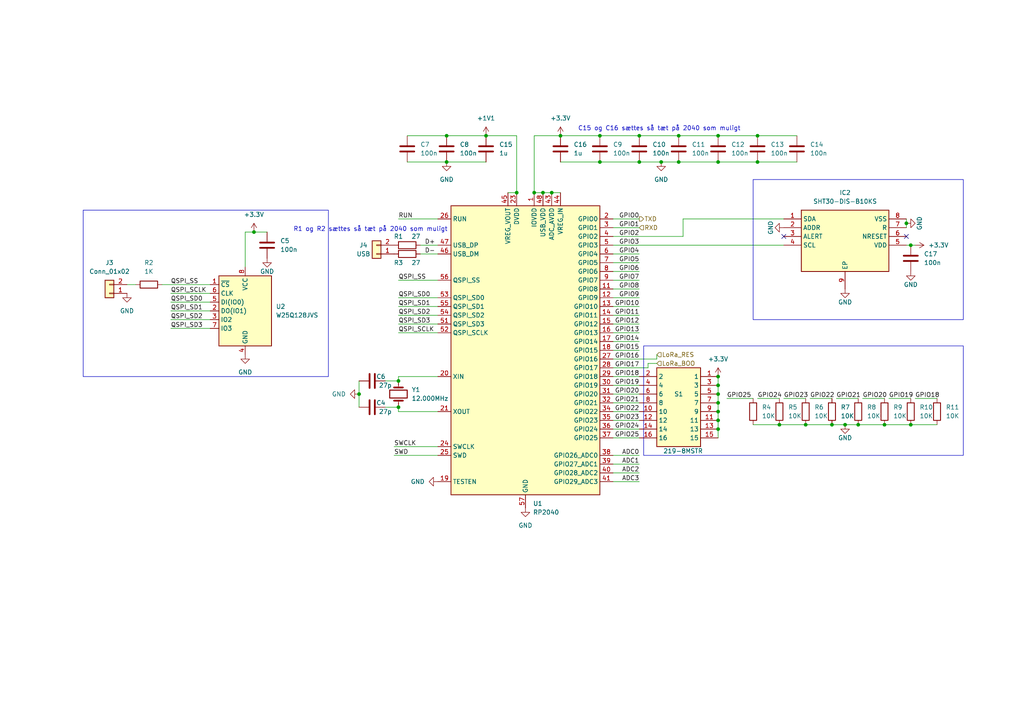
<source format=kicad_sch>
(kicad_sch (version 20230121) (generator eeschema)
  (paper "A4")
  (lib_symbols
    (symbol "Connector_Generic:Conn_01x02" (pin_names (offset 1.016) hide)
      (property "Reference" "J" (at 0 2.54 0))
      (property "Value" "Conn_01x02" (at 0 -5.08 0))
      (symbol "Conn_01x02_1_1"
        (rectangle (start -1.27 -2.413) (end 0 -2.667) (stroke (width 0.1524)))
        (rectangle (start -1.27 0.127) (end 0 -0.127) (stroke (width 0.1524)))
        (rectangle (start -1.27 1.27) (end 1.27 -3.81) (stroke (width 0.254)) (fill (type background)))
        (pin passive line (at -5.08 0 0) (length 3.81) (name "Pin_1") (number "1"))
        (pin passive line (at -5.08 -2.54 0) (length 3.81) (name "Pin_2") (number "2"))
      )
    )
    (symbol "Device:C" (pin_numbers hide) (pin_names (offset 0.254))
      (property "Reference" "C" (at 0.635 2.54 0))
      (property "Value" "C" (at 0.635 -2.54 0))
      (symbol "C_0_1"
        (polyline (pts (xy -2.032 -0.762) (xy 2.032 -0.762)) (stroke (width 0.508)))
        (polyline (pts (xy -2.032 0.762) (xy 2.032 0.762)) (stroke (width 0.508)))
      )
      (symbol "C_1_1"
        (pin passive line (at 0 3.81 270) (length 2.794) (name "~") (number "1"))
        (pin passive line (at 0 -3.81 90) (length 2.794) (name "~") (number "2"))
      )
    )
    (symbol "Device:Crystal" (pin_numbers hide) (pin_names (offset 1.016) hide)
      (property "Reference" "Y" (at 0 3.81 0))
      (property "Value" "Crystal" (at 0 -3.81 0))
      (symbol "Crystal_0_1"
        (rectangle (start -1.143 2.54) (end 1.143 -2.54) (stroke (width 0.3048)))
        (polyline (pts (xy -2.54 0) (xy -1.905 0)))
        (polyline (pts (xy -1.905 -1.27) (xy -1.905 1.27)) (stroke (width 0.508)))
        (polyline (pts (xy 1.905 -1.27) (xy 1.905 1.27)) (stroke (width 0.508)))
        (polyline (pts (xy 2.54 0) (xy 1.905 0)))
      )
      (symbol "Crystal_1_1"
        (pin passive line (at -3.81 0 0) (length 1.27) (name "1") (number "1"))
        (pin passive line (at 3.81 0 180) (length 1.27) (name "2") (number "2"))
      )
    )
    (symbol "Device:R" (pin_numbers hide) (pin_names (offset 0))
      (property "Reference" "R" (at 2.032 0 90))
      (property "Value" "R" (at 0 0 90))
      (symbol "R_0_1"
        (rectangle (start -1.016 -2.54) (end 1.016 2.54) (stroke (width 0.254)))
      )
      (symbol "R_1_1"
        (pin passive line (at 0 3.81 270) (length 1.27) (name "~") (number "1"))
        (pin passive line (at 0 -3.81 90) (length 1.27) (name "~") (number "2"))
      )
    )
    (symbol "MCU_RaspberryPi:RP2040"
      (property "Reference" "U" (at 17.78 45.72 0))
      (property "Value" "RP2040" (at 17.78 43.18 0))
      (symbol "RP2040_0_1"
        (rectangle (start -21.59 41.91) (end 21.59 -41.91) (stroke (width 0.254)) (fill (type background)))
      )
      (symbol "RP2040_1_1"
        (pin power_in line (at 2.54 45.72 270) (length 3.81) (name "IOVDD") (number "1"))
        (pin passive line (at 2.54 45.72 270) (length 3.81) hide (name "IOVDD") (number "10"))
        (pin bidirectional line (at 25.4 17.78 180) (length 3.81) (name "GPIO8") (number "11"))
        (pin bidirectional line (at 25.4 15.24 180) (length 3.81) (name "GPIO9") (number "12"))
        (pin bidirectional line (at 25.4 12.7 180) (length 3.81) (name "GPIO10") (number "13"))
        (pin bidirectional line (at 25.4 10.16 180) (length 3.81) (name "GPIO11") (number "14"))
        (pin bidirectional line (at 25.4 7.62 180) (length 3.81) (name "GPIO12") (number "15"))
        (pin bidirectional line (at 25.4 5.08 180) (length 3.81) (name "GPIO13") (number "16"))
        (pin bidirectional line (at 25.4 2.54 180) (length 3.81) (name "GPIO14") (number "17"))
        (pin bidirectional line (at 25.4 0 180) (length 3.81) (name "GPIO15") (number "18"))
        (pin input line (at -25.4 -38.1 0) (length 3.81) (name "TESTEN") (number "19"))
        (pin bidirectional line (at 25.4 38.1 180) (length 3.81) (name "GPIO0") (number "2"))
        (pin input line (at -25.4 -7.62 0) (length 3.81) (name "XIN") (number "20"))
        (pin passive line (at -25.4 -17.78 0) (length 3.81) (name "XOUT") (number "21"))
        (pin passive line (at 2.54 45.72 270) (length 3.81) hide (name "IOVDD") (number "22"))
        (pin power_in line (at -2.54 45.72 270) (length 3.81) (name "DVDD") (number "23"))
        (pin input line (at -25.4 -27.94 0) (length 3.81) (name "SWCLK") (number "24"))
        (pin bidirectional line (at -25.4 -30.48 0) (length 3.81) (name "SWD") (number "25"))
        (pin input line (at -25.4 38.1 0) (length 3.81) (name "RUN") (number "26"))
        (pin bidirectional line (at 25.4 -2.54 180) (length 3.81) (name "GPIO16") (number "27"))
        (pin bidirectional line (at 25.4 -5.08 180) (length 3.81) (name "GPIO17") (number "28"))
        (pin bidirectional line (at 25.4 -7.62 180) (length 3.81) (name "GPIO18") (number "29"))
        (pin bidirectional line (at 25.4 35.56 180) (length 3.81) (name "GPIO1") (number "3"))
        (pin bidirectional line (at 25.4 -10.16 180) (length 3.81) (name "GPIO19") (number "30"))
        (pin bidirectional line (at 25.4 -12.7 180) (length 3.81) (name "GPIO20") (number "31"))
        (pin bidirectional line (at 25.4 -15.24 180) (length 3.81) (name "GPIO21") (number "32"))
        (pin passive line (at 2.54 45.72 270) (length 3.81) hide (name "IOVDD") (number "33"))
        (pin bidirectional line (at 25.4 -17.78 180) (length 3.81) (name "GPIO22") (number "34"))
        (pin bidirectional line (at 25.4 -20.32 180) (length 3.81) (name "GPIO23") (number "35"))
        (pin bidirectional line (at 25.4 -22.86 180) (length 3.81) (name "GPIO24") (number "36"))
        (pin bidirectional line (at 25.4 -25.4 180) (length 3.81) (name "GPIO25") (number "37"))
        (pin bidirectional line (at 25.4 -30.48 180) (length 3.81) (name "GPIO26_ADC0") (number "38"))
        (pin bidirectional line (at 25.4 -33.02 180) (length 3.81) (name "GPIO27_ADC1") (number "39"))
        (pin bidirectional line (at 25.4 33.02 180) (length 3.81) (name "GPIO2") (number "4"))
        (pin bidirectional line (at 25.4 -35.56 180) (length 3.81) (name "GPIO28_ADC2") (number "40"))
        (pin bidirectional line (at 25.4 -38.1 180) (length 3.81) (name "GPIO29_ADC3") (number "41"))
        (pin passive line (at 2.54 45.72 270) (length 3.81) hide (name "IOVDD") (number "42"))
        (pin power_in line (at 7.62 45.72 270) (length 3.81) (name "ADC_AVDD") (number "43"))
        (pin power_in line (at 10.16 45.72 270) (length 3.81) (name "VREG_IN") (number "44"))
        (pin power_out line (at -5.08 45.72 270) (length 3.81) (name "VREG_VOUT") (number "45"))
        (pin bidirectional line (at -25.4 27.94 0) (length 3.81) (name "USB_DM") (number "46"))
        (pin bidirectional line (at -25.4 30.48 0) (length 3.81) (name "USB_DP") (number "47"))
        (pin power_in line (at 5.08 45.72 270) (length 3.81) (name "USB_VDD") (number "48"))
        (pin passive line (at 2.54 45.72 270) (length 3.81) hide (name "IOVDD") (number "49"))
        (pin bidirectional line (at 25.4 30.48 180) (length 3.81) (name "GPIO3") (number "5"))
        (pin passive line (at -2.54 45.72 270) (length 3.81) hide (name "DVDD") (number "50"))
        (pin bidirectional line (at -25.4 7.62 0) (length 3.81) (name "QSPI_SD3") (number "51"))
        (pin output line (at -25.4 5.08 0) (length 3.81) (name "QSPI_SCLK") (number "52"))
        (pin bidirectional line (at -25.4 15.24 0) (length 3.81) (name "QSPI_SD0") (number "53"))
        (pin bidirectional line (at -25.4 10.16 0) (length 3.81) (name "QSPI_SD2") (number "54"))
        (pin bidirectional line (at -25.4 12.7 0) (length 3.81) (name "QSPI_SD1") (number "55"))
        (pin bidirectional line (at -25.4 20.32 0) (length 3.81) (name "QSPI_SS") (number "56"))
        (pin power_in line (at 0 -45.72 90) (length 3.81) (name "GND") (number "57"))
        (pin bidirectional line (at 25.4 27.94 180) (length 3.81) (name "GPIO4") (number "6"))
        (pin bidirectional line (at 25.4 25.4 180) (length 3.81) (name "GPIO5") (number "7"))
        (pin bidirectional line (at 25.4 22.86 180) (length 3.81) (name "GPIO6") (number "8"))
        (pin bidirectional line (at 25.4 20.32 180) (length 3.81) (name "GPIO7") (number "9"))
      )
    )
    (symbol "Memory_Flash:W25Q128JVS"
      (property "Reference" "U" (at -8.89 8.89 0))
      (property "Value" "W25Q128JVS" (at 7.62 8.89 0))
      (symbol "W25Q128JVS_0_1"
        (rectangle (start -7.62 10.16) (end 7.62 -10.16) (stroke (width 0.254)) (fill (type background)))
      )
      (symbol "W25Q128JVS_1_1"
        (pin input line (at -10.16 7.62 0) (length 2.54) (name "~{CS}") (number "1"))
        (pin bidirectional line (at -10.16 0 0) (length 2.54) (name "DO(IO1)") (number "2"))
        (pin bidirectional line (at -10.16 -2.54 0) (length 2.54) (name "IO2") (number "3"))
        (pin power_in line (at 0 -12.7 90) (length 2.54) (name "GND") (number "4"))
        (pin bidirectional line (at -10.16 2.54 0) (length 2.54) (name "DI(IO0)") (number "5"))
        (pin input line (at -10.16 5.08 0) (length 2.54) (name "CLK") (number "6"))
        (pin bidirectional line (at -10.16 -5.08 0) (length 2.54) (name "IO3") (number "7"))
        (pin power_in line (at 0 12.7 270) (length 2.54) (name "VCC") (number "8"))
      )
    )
    (symbol "SamacSys_Parts:219-8MSTR"
      (property "Reference" "S" (at 19.05 7.62 0))
      (property "Value" "219-8MSTR" (at 19.05 5.08 0))
      (symbol "219-8MSTR_1_1"
        (rectangle (start 5.08 2.54) (end 17.78 -20.32) (stroke (width 0.254)) (fill (type background)))
        (pin input line (at 0 0 0) (length 5.08) (name "1") (number "1"))
        (pin output line (at 22.86 -10.16 180) (length 5.08) (name "10") (number "10"))
        (pin output line (at 0 -12.7 0) (length 5.08) (name "11") (number "11"))
        (pin output line (at 22.86 -12.7 180) (length 5.08) (name "12") (number "12"))
        (pin output line (at 0 -15.24 0) (length 5.08) (name "13") (number "13"))
        (pin output line (at 22.86 -15.24 180) (length 5.08) (name "14") (number "14"))
        (pin output line (at 0 -17.78 0) (length 5.08) (name "15") (number "15"))
        (pin output line (at 22.86 -17.78 180) (length 5.08) (name "16") (number "16"))
        (pin input line (at 22.86 0 180) (length 5.08) (name "2") (number "2"))
        (pin input line (at 0 -2.54 0) (length 5.08) (name "3") (number "3"))
        (pin input line (at 22.86 -2.54 180) (length 5.08) (name "4") (number "4"))
        (pin input line (at 0 -5.08 0) (length 5.08) (name "5") (number "5"))
        (pin input line (at 22.86 -5.08 180) (length 5.08) (name "6") (number "6"))
        (pin input line (at 0 -7.62 0) (length 5.08) (name "7") (number "7"))
        (pin input line (at 22.86 -7.62 180) (length 5.08) (name "8") (number "8"))
        (pin output line (at 0 -10.16 0) (length 5.08) (name "9") (number "9"))
      )
    )
    (symbol "SamacSys_Parts:SHT30-DIS-B10KS"
      (property "Reference" "IC" (at 31.75 7.62 0))
      (property "Value" "SHT30-DIS-B10KS" (at 31.75 5.08 0))
      (symbol "SHT30-DIS-B10KS_1_1"
        (rectangle (start 5.08 2.54) (end 30.48 -15.24) (stroke (width 0.254)) (fill (type background)))
        (pin passive line (at 0 0 0) (length 5.08) (name "SDA") (number "1"))
        (pin passive line (at 0 -2.54 0) (length 5.08) (name "ADDR") (number "2"))
        (pin passive line (at 0 -5.08 0) (length 5.08) (name "ALERT") (number "3"))
        (pin passive line (at 0 -7.62 0) (length 5.08) (name "SCL") (number "4"))
        (pin passive line (at 35.56 -7.62 180) (length 5.08) (name "VDD") (number "5"))
        (pin passive line (at 35.56 -5.08 180) (length 5.08) (name "NRESET") (number "6"))
        (pin passive line (at 35.56 -2.54 180) (length 5.08) (name "R") (number "7"))
        (pin passive line (at 35.56 0 180) (length 5.08) (name "VSS") (number "8"))
        (pin passive line (at 17.78 -20.32 90) (length 5.08) (name "EP") (number "9"))
      )
    )
    (symbol "power:+1V1" (power) (pin_names (offset 0))
      (property "Value" "+1V1" (at 0 3.556 0))
      (symbol "+1V1_0_1"
        (polyline (pts (xy -0.762 1.27) (xy 0 2.54)))
        (polyline (pts (xy 0 0) (xy 0 2.54)))
        (polyline (pts (xy 0 2.54) (xy 0.762 1.27)))
      )
      (symbol "+1V1_1_1"
        (pin power_in line (at 0 0 90) (length 0) hide (name "+1V1") (number "1"))
      )
    )
    (symbol "power:+3.3V" (power) (pin_names (offset 0))
      (property "Value" "+3.3V" (at 0 3.556 0))
      (symbol "+3.3V_0_1"
        (polyline (pts (xy -0.762 1.27) (xy 0 2.54)))
        (polyline (pts (xy 0 0) (xy 0 2.54)))
        (polyline (pts (xy 0 2.54) (xy 0.762 1.27)))
      )
      (symbol "+3.3V_1_1"
        (pin power_in line (at 0 0 90) (length 0) hide (name "+3.3V") (number "1"))
      )
    )
    (symbol "power:GND" (power) (pin_names (offset 0))
      (property "Value" "GND" (at 0 -3.81 0))
      (symbol "GND_0_1"
        (polyline (pts (xy 0 0) (xy 0 -1.27) (xy 1.27 -1.27) (xy 0 -2.54) (xy -1.27 -1.27) (xy 0 -1.27)))
      )
      (symbol "GND_1_1"
        (pin power_in line (at 0 0 270) (length 0) hide (name "GND") (number "1"))
      )
    )
  )
  (junction (at 208.28 121.92))
  (junction (at 245.11 123.19))
  (junction (at 191.77 46.99))
  (junction (at 208.28 119.38))
  (junction (at 162.56 39.37))
  (junction (at 219.71 39.37))
  (junction (at 208.28 39.37))
  (junction (at 208.28 124.46))
  (junction (at 115.57 110.49))
  (junction (at 208.28 46.99))
  (junction (at 196.85 46.99))
  (junction (at 219.71 46.99))
  (junction (at 185.42 46.99))
  (junction (at 173.99 39.37))
  (junction (at 185.42 39.37))
  (junction (at 140.97 39.37))
  (junction (at 157.48 55.88))
  (junction (at 264.16 123.19))
  (junction (at 154.94 55.88))
  (junction (at 160.02 55.88))
  (junction (at 248.92 123.19))
  (junction (at 264.16 71.12))
  (junction (at 208.28 114.3))
  (junction (at 208.28 111.76))
  (junction (at 208.28 109.22))
  (junction (at 262.89 64.77))
  (junction (at 149.86 55.88))
  (junction (at 104.14 114.3))
  (junction (at 226.06 123.19))
  (junction (at 241.3 123.19))
  (junction (at 256.54 123.19))
  (junction (at 115.57 118.11))
  (junction (at 233.68 123.19))
  (junction (at 73.66 67.31))
  (junction (at 129.54 39.37))
  (junction (at 208.28 116.84))
  (junction (at 173.99 46.99))
  (junction (at 129.54 46.99))
  (junction (at 196.85 39.37))
  (no_connect (at 262.89 68.58))
  (no_connect (at 227.33 68.58))
  (wire (pts (xy 115.57 96.52) (xy 127 96.52)))
  (wire (pts (xy 208.28 111.76) (xy 208.28 114.3)))
  (wire (pts (xy 140.97 39.37) (xy 149.86 39.37)))
  (wire (pts (xy 49.53 85.09) (xy 60.96 85.09)))
  (wire (pts (xy 114.3 129.54) (xy 127 129.54)))
  (wire (pts (xy 242.57 115.57) (xy 248.92 115.57)))
  (wire (pts (xy 177.8 68.58) (xy 198.12 68.58)))
  (wire (pts (xy 208.28 116.84) (xy 208.28 119.38)))
  (wire (pts (xy 111.76 118.11) (xy 115.57 118.11)))
  (wire (pts (xy 218.44 123.19) (xy 226.06 123.19)))
  (wire (pts (xy 49.53 90.17) (xy 60.96 90.17)))
  (wire (pts (xy 177.8 88.9) (xy 185.42 88.9)))
  (wire (pts (xy 219.71 46.99) (xy 231.14 46.99)))
  (wire (pts (xy 160.02 55.88) (xy 162.56 55.88)))
  (wire (pts (xy 227.33 115.57) (xy 233.68 115.57)))
  (wire (pts (xy 219.71 115.57) (xy 226.06 115.57)))
  (wire (pts (xy 177.8 86.36) (xy 185.42 86.36)))
  (wire (pts (xy 115.57 93.98) (xy 127 93.98)))
  (wire (pts (xy 177.8 124.46) (xy 185.42 124.46)))
  (wire (pts (xy 71.12 67.31) (xy 73.66 67.31)))
  (wire (pts (xy 114.3 132.08) (xy 127 132.08)))
  (wire (pts (xy 177.8 109.22) (xy 185.42 109.22)))
  (wire (pts (xy 208.28 39.37) (xy 196.85 39.37)))
  (wire (pts (xy 154.94 55.88) (xy 157.48 55.88)))
  (wire (pts (xy 104.14 110.49) (xy 104.14 114.3)))
  (wire (pts (xy 177.8 121.92) (xy 185.42 121.92)))
  (wire (pts (xy 73.66 67.31) (xy 77.47 67.31)))
  (wire (pts (xy 262.89 63.5) (xy 262.89 64.77)))
  (wire (pts (xy 208.28 109.22) (xy 208.28 111.76)))
  (wire (pts (xy 157.48 55.88) (xy 160.02 55.88)))
  (wire (pts (xy 115.57 81.28) (xy 127 81.28)))
  (wire (pts (xy 104.14 114.3) (xy 104.14 118.11)))
  (wire (pts (xy 231.14 39.37) (xy 219.71 39.37)))
  (wire (pts (xy 262.89 71.12) (xy 264.16 71.12)))
  (wire (pts (xy 256.54 123.19) (xy 264.16 123.19)))
  (wire (pts (xy 219.71 39.37) (xy 208.28 39.37)))
  (wire (pts (xy 118.11 46.99) (xy 129.54 46.99)))
  (wire (pts (xy 115.57 91.44) (xy 127 91.44)))
  (wire (pts (xy 147.32 55.88) (xy 149.86 55.88)))
  (wire (pts (xy 177.8 116.84) (xy 185.42 116.84)))
  (wire (pts (xy 49.53 92.71) (xy 60.96 92.71)))
  (wire (pts (xy 127 119.38) (xy 115.57 119.38)))
  (wire (pts (xy 227.33 63.5) (xy 198.12 63.5)))
  (wire (pts (xy 177.8 76.2) (xy 185.42 76.2)))
  (wire (pts (xy 115.57 63.5) (xy 127 63.5)))
  (wire (pts (xy 208.28 124.46) (xy 208.28 127)))
  (wire (pts (xy 265.43 115.57) (xy 271.78 115.57)))
  (wire (pts (xy 177.8 71.12) (xy 227.33 71.12)))
  (wire (pts (xy 226.06 123.19) (xy 233.68 123.19)))
  (wire (pts (xy 129.54 46.99) (xy 140.97 46.99)))
  (wire (pts (xy 218.44 115.57) (xy 210.82 115.57)))
  (wire (pts (xy 264.16 71.12) (xy 265.43 71.12)))
  (wire (pts (xy 49.53 95.25) (xy 60.96 95.25)))
  (wire (pts (xy 198.12 63.5) (xy 198.12 68.58)))
  (wire (pts (xy 177.8 83.82) (xy 185.42 83.82)))
  (wire (pts (xy 177.8 99.06) (xy 185.42 99.06)))
  (wire (pts (xy 262.89 64.77) (xy 262.89 66.04)))
  (wire (pts (xy 121.92 71.12) (xy 127 71.12)))
  (wire (pts (xy 177.8 111.76) (xy 185.42 111.76)))
  (wire (pts (xy 162.56 39.37) (xy 154.94 39.37)))
  (wire (pts (xy 177.8 101.6) (xy 185.42 101.6)))
  (wire (pts (xy 257.81 115.57) (xy 264.16 115.57)))
  (wire (pts (xy 208.28 119.38) (xy 208.28 121.92)))
  (wire (pts (xy 191.77 46.99) (xy 196.85 46.99)))
  (wire (pts (xy 177.8 132.08) (xy 185.42 132.08)))
  (wire (pts (xy 185.42 39.37) (xy 173.99 39.37)))
  (wire (pts (xy 196.85 46.99) (xy 208.28 46.99)))
  (wire (pts (xy 233.68 123.19) (xy 241.3 123.19)))
  (wire (pts (xy 177.8 137.16) (xy 185.42 137.16)))
  (wire (pts (xy 149.86 39.37) (xy 149.86 55.88)))
  (wire (pts (xy 127 109.22) (xy 115.57 109.22)))
  (wire (pts (xy 177.8 119.38) (xy 185.42 119.38)))
  (wire (pts (xy 49.53 87.63) (xy 60.96 87.63)))
  (wire (pts (xy 187.96 105.41) (xy 187.96 106.68)))
  (wire (pts (xy 177.8 106.68) (xy 187.96 106.68)))
  (wire (pts (xy 196.85 39.37) (xy 185.42 39.37)))
  (wire (pts (xy 177.8 96.52) (xy 185.42 96.52)))
  (wire (pts (xy 248.92 123.19) (xy 256.54 123.19)))
  (wire (pts (xy 177.8 93.98) (xy 185.42 93.98)))
  (wire (pts (xy 245.11 123.19) (xy 248.92 123.19)))
  (wire (pts (xy 154.94 39.37) (xy 154.94 55.88)))
  (wire (pts (xy 177.8 73.66) (xy 185.42 73.66)))
  (wire (pts (xy 111.76 110.49) (xy 115.57 110.49)))
  (wire (pts (xy 36.83 82.55) (xy 39.37 82.55)))
  (wire (pts (xy 71.12 77.47) (xy 71.12 67.31)))
  (wire (pts (xy 190.5 104.14) (xy 190.5 102.87)))
  (wire (pts (xy 185.42 46.99) (xy 191.77 46.99)))
  (wire (pts (xy 162.56 46.99) (xy 173.99 46.99)))
  (wire (pts (xy 208.28 121.92) (xy 208.28 124.46)))
  (wire (pts (xy 129.54 39.37) (xy 140.97 39.37)))
  (wire (pts (xy 177.8 134.62) (xy 185.42 134.62)))
  (wire (pts (xy 121.92 73.66) (xy 127 73.66)))
  (wire (pts (xy 177.8 91.44) (xy 185.42 91.44)))
  (wire (pts (xy 46.99 82.55) (xy 60.96 82.55)))
  (wire (pts (xy 177.8 78.74) (xy 185.42 78.74)))
  (wire (pts (xy 118.11 39.37) (xy 129.54 39.37)))
  (wire (pts (xy 177.8 66.04) (xy 185.42 66.04)))
  (wire (pts (xy 177.8 114.3) (xy 185.42 114.3)))
  (wire (pts (xy 234.95 115.57) (xy 241.3 115.57)))
  (wire (pts (xy 241.3 123.19) (xy 245.11 123.19)))
  (wire (pts (xy 173.99 46.99) (xy 185.42 46.99)))
  (wire (pts (xy 177.8 127) (xy 185.42 127)))
  (wire (pts (xy 208.28 114.3) (xy 208.28 116.84)))
  (wire (pts (xy 190.5 105.41) (xy 187.96 105.41)))
  (wire (pts (xy 208.28 46.99) (xy 219.71 46.99)))
  (wire (pts (xy 250.19 115.57) (xy 256.54 115.57)))
  (wire (pts (xy 115.57 88.9) (xy 127 88.9)))
  (wire (pts (xy 115.57 109.22) (xy 115.57 110.49)))
  (wire (pts (xy 115.57 86.36) (xy 127 86.36)))
  (wire (pts (xy 177.8 139.7) (xy 185.42 139.7)))
  (wire (pts (xy 115.57 119.38) (xy 115.57 118.11)))
  (wire (pts (xy 264.16 123.19) (xy 271.78 123.19)))
  (wire (pts (xy 177.8 104.14) (xy 190.5 104.14)))
  (wire (pts (xy 177.8 81.28) (xy 185.42 81.28)))
  (wire (pts (xy 177.8 63.5) (xy 185.42 63.5)))
  (wire (pts (xy 173.99 39.37) (xy 162.56 39.37)))
  (rectangle (start 24.13 60.96) (end 95.25 109.22))
  (rectangle (start 218.44 52.07) (end 279.4 92.71))
  (rectangle (start 186.69 100.33) (end 279.4 132.08))
  (text "R1 og R2 sættes så tæt på 2040 som muligt" (at 85.09 67.31 0) (effects (font (size 1.27 1.27)) (justify left bottom)))
  (text "C15 og C16 sættes så tæt på 2040 som muligt" (at 167.64 38.1 0) (effects (font (size 1.27 1.27)) (justify left bottom)))
  (label "GPIO22" (at 234.95 115.57 0))
  (label "SWD" (at 114.3 132.08 0))
  (label "GPIO15" (at 185.42 101.6 180))
  (label "GPIO13" (at 185.42 96.52 180))
  (label "GPIO17" (at 185.42 106.68 180))
  (label "D+" (at 123.19 71.12 0))
  (label "QSPI_SS" (at 115.57 81.28 0))
  (label "GPIO4" (at 185.42 73.66 180))
  (label "QSPI_SCLK" (at 115.57 96.52 0))
  (label "QSPI_SD1" (at 49.53 90.17 0))
  (label "ADC3" (at 185.42 139.7 180))
  (label "GPIO11" (at 185.42 91.44 180))
  (label "GPIO14" (at 185.42 99.06 180))
  (label "RUN" (at 115.57 63.5 0))
  (label "ADC1" (at 185.42 134.62 180))
  (label "GPIO21" (at 185.42 116.84 180))
  (label "QSPI_SS" (at 49.53 82.55 0))
  (label "GPIO19" (at 185.42 111.76 180))
  (label "GPIO18" (at 265.43 115.57 0))
  (label "GPIO2" (at 185.42 68.58 180))
  (label "GPIO10" (at 185.42 88.9 180))
  (label "GPIO24" (at 185.42 124.46 180))
  (label "GPIO9" (at 185.42 86.36 180))
  (label "QSPI_SCLK" (at 49.53 85.09 0))
  (label "GPIO12" (at 185.42 93.98 180))
  (label "GPIO25" (at 210.82 115.57 0))
  (label "GPIO23" (at 185.42 121.92 180))
  (label "GPIO8" (at 185.42 83.82 180))
  (label "SWCLK" (at 114.3 129.54 0))
  (label "GPIO23" (at 227.33 115.57 0))
  (label "GPIO24" (at 219.71 115.57 0))
  (label "GPIO25" (at 185.42 127 180))
  (label "GPIO21" (at 242.57 115.57 0))
  (label "ADC0" (at 185.42 132.08 180))
  (label "GPIO3" (at 185.42 71.12 180))
  (label "QSPI_SD0" (at 49.53 87.63 0))
  (label "QSPI_SD2" (at 115.57 91.44 0))
  (label "D-" (at 123.19 73.66 0))
  (label "GPIO1" (at 185.42 66.04 180))
  (label "GPIO18" (at 185.42 109.22 180))
  (label "GPIO0" (at 185.42 63.5 180))
  (label "GPIO22" (at 185.42 119.38 180))
  (label "GPIO20" (at 250.19 115.57 0))
  (label "GPIO19" (at 257.81 115.57 0))
  (label "GPIO7" (at 185.42 81.28 180))
  (label "QSPI_SD3" (at 115.57 93.98 0))
  (label "QSPI_SD2" (at 49.53 92.71 0))
  (label "QSPI_SD3" (at 49.53 95.25 0))
  (label "GPIO6" (at 185.42 78.74 180))
  (label "GPIO16" (at 185.42 104.14 180))
  (label "GPIO20" (at 185.42 114.3 180))
  (label "QSPI_SD1" (at 115.57 88.9 0))
  (label "ADC2" (at 185.42 137.16 180))
  (label "GPIO5" (at 185.42 76.2 180))
  (label "QSPI_SD0" (at 115.57 86.36 0))
  (hierarchical_label "LoRa_BOO" (shape input) (at 190.5 105.41 0))
  (hierarchical_label "RXD" (shape input) (at 185.42 66.04 0))
  (hierarchical_label "LoRa_RES" (shape input) (at 190.5 102.87 0))
  (hierarchical_label "TXD" (shape output) (at 185.42 63.5 0))
  (symbol (lib_id "Device:C") (at 162.56 43.18 0) (unit 1)
    (property "Reference" "C16" (at 166.37 41.91 0) (effects (justify left)))
    (property "Value" "1u" (at 166.37 44.45 0) (effects (justify left)))
  )
  (symbol (lib_id "power:+3.3V") (at 265.43 71.12 270) (unit 1)
    (property "Reference" "#PWR024" (effects hide))
    (property "Value" "+3.3V" (at 269.24 71.12 90) (effects (justify left)))
  )
  (symbol (lib_id "Device:C") (at 231.14 43.18 0) (unit 1)
    (property "Reference" "C14" (at 234.95 41.91 0) (effects (justify left)))
    (property "Value" "100n" (at 234.95 44.45 0) (effects (justify left)))
  )
  (symbol (lib_id "Device:C") (at 118.11 43.18 0) (unit 1)
    (property "Reference" "C7" (at 121.92 41.91 0) (effects (justify left)))
    (property "Value" "100n" (at 121.92 44.45 0) (effects (justify left)))
  )
  (symbol (lib_id "SamacSys_Parts:SHT30-DIS-B10KS") (at 227.33 63.5 0) (unit 1)
    (property "Reference" "IC2" (at 245.11 55.88 0))
    (property "Value" "SHT30-DIS-B10KS" (at 245.11 58.42 0))
    (property "Footprint" "SON50P250X250X100-9N-D" (effects hide))
    (property "Datasheet" "https://datasheet.lcsc.com/lcsc/2106070104_Sensirion-SHT30-DIS-B10KS_C2687423.pdf" (effects hide))
    (property "Height" "1" (effects hide))
    (property "Manufacturer_Name" "Sensirion" (effects hide))
    (property "Manufacturer_Part_Number" "SHT30-DIS-B10KS" (effects hide))
    (property "Mouser Part Number" "403-SHT30-DIS-B10KS" (effects hide))
    (property "Mouser Price/Stock" "https://www.mouser.co.uk/ProductDetail/Sensirion/SHT30-DIS-B10kS?qs=MLItCLRbWsxrR5sxpa2%2FcQ%3D%3D" (effects hide))
    (property "Arrow Part Number" "SHT30-DIS-B10KS" (effects hide))
    (property "Arrow Price/Stock" "https://www.arrow.com/en/products/sht30-dis-b10ks/sensirion-ag?region=nac" (effects hide))
    (property "JLCPCB" "C2687423" (effects hide))
  )
  (symbol (lib_id "Device:R") (at 218.44 119.38 180) (unit 1)
    (property "Reference" "R4" (at 220.98 118.11 0) (effects (justify right)))
    (property "Value" "10K" (at 220.98 120.65 0) (effects (justify right)))
  )
  (symbol (lib_id "power:+3.3V") (at 162.56 39.37 0) (unit 1)
    (property "Reference" "#PWR017" (effects hide))
    (property "Value" "+3.3V" (at 162.56 34.29 0))
  )
  (symbol (lib_id "Device:C") (at 185.42 43.18 0) (unit 1)
    (property "Reference" "C10" (at 189.23 41.91 0) (effects (justify left)))
    (property "Value" "100n" (at 189.23 44.45 0) (effects (justify left)))
  )
  (symbol (lib_id "power:+1V1") (at 140.97 39.37 0) (unit 1)
    (property "Reference" "#PWR018" (effects hide))
    (property "Value" "+1V1" (at 140.97 34.29 0))
  )
  (symbol (lib_id "Device:R") (at 271.78 119.38 180) (unit 1)
    (property "Reference" "R11" (at 274.32 118.11 0) (effects (justify right)))
    (property "Value" "10K" (at 274.32 120.65 0) (effects (justify right)))
  )
  (symbol (lib_id "Device:C") (at 140.97 43.18 0) (unit 1)
    (property "Reference" "C15" (at 144.78 41.91 0) (effects (justify left)))
    (property "Value" "1u" (at 144.78 44.45 0) (effects (justify left)))
  )
  (symbol (lib_id "power:GND") (at 262.89 64.77 90) (unit 1)
    (property "Reference" "#PWR020" (effects hide))
    (property "Value" "GND" (at 266.7 64.77 0))
  )
  (symbol (lib_id "Device:R") (at 43.18 82.55 90) (unit 1)
    (property "Reference" "R2" (at 43.18 76.2 90))
    (property "Value" "1K" (at 43.18 78.74 90))
  )
  (symbol (lib_id "power:GND") (at 227.33 66.04 270) (unit 1)
    (property "Reference" "#PWR019" (effects hide))
    (property "Value" "GND" (at 223.52 66.04 0))
  )
  (symbol (lib_id "power:GND") (at 152.4 147.32 0) (unit 1)
    (property "Reference" "#PWR014" (effects hide))
    (property "Value" "GND" (at 152.4 152.4 0))
  )
  (symbol (lib_id "Device:R") (at 118.11 73.66 90) (mirror x) (unit 1)
    (property "Reference" "R3" (at 115.57 76.2 90))
    (property "Value" "27" (at 120.65 76.2 90))
  )
  (symbol (lib_id "Device:C") (at 107.95 110.49 90) (unit 1)
    (property "Reference" "C6" (at 110.49 109.22 90))
    (property "Value" "27p" (at 111.76 111.76 90))
  )
  (symbol (lib_id "Connector_Generic:Conn_01x02") (at 109.22 73.66 180) (unit 1)
    (property "Reference" "J4" (at 105.41 71.12 0))
    (property "Value" "USB" (at 105.41 73.66 0))
  )
  (symbol (lib_id "power:GND") (at 264.16 78.74 0) (unit 1)
    (property "Reference" "#PWR025" (effects hide))
    (property "Value" "GND" (at 264.16 82.55 0))
  )
  (symbol (lib_id "Device:R") (at 248.92 119.38 180) (unit 1)
    (property "Reference" "R8" (at 251.46 118.11 0) (effects (justify right)))
    (property "Value" "10K" (at 251.46 120.65 0) (effects (justify right)))
  )
  (symbol (lib_id "Device:Crystal") (at 115.57 114.3 90) (unit 1)
    (property "Reference" "Y1" (at 119.38 113.03 90) (effects (justify right)))
    (property "Value" "12.000MHz" (at 119.38 115.57 90) (effects (justify right)))
  )
  (symbol (lib_id "power:GND") (at 127 139.7 270) (unit 1)
    (property "Reference" "#PWR013" (effects hide))
    (property "Value" "GND" (at 123.19 139.7 90) (effects (justify right)))
  )
  (symbol (lib_id "Device:C") (at 196.85 43.18 0) (unit 1)
    (property "Reference" "C11" (at 200.66 41.91 0) (effects (justify left)))
    (property "Value" "100n" (at 200.66 44.45 0) (effects (justify left)))
  )
  (symbol (lib_id "Connector_Generic:Conn_01x02") (at 31.75 85.09 180) (unit 1)
    (property "Reference" "J3" (at 31.75 76.2 0))
    (property "Value" "Conn_01x02" (at 31.75 78.74 0))
  )
  (symbol (lib_id "Device:R") (at 256.54 119.38 180) (unit 1)
    (property "Reference" "R9" (at 259.08 118.11 0) (effects (justify right)))
    (property "Value" "10K" (at 259.08 120.65 0) (effects (justify right)))
  )
  (symbol (lib_id "Device:R") (at 226.06 119.38 180) (unit 1)
    (property "Reference" "R5" (at 228.6 118.11 0) (effects (justify right)))
    (property "Value" "10K" (at 228.6 120.65 0) (effects (justify right)))
  )
  (symbol (lib_id "power:GND") (at 245.11 83.82 0) (unit 1)
    (property "Reference" "#PWR023" (effects hide))
    (property "Value" "GND" (at 245.11 87.63 0))
  )
  (symbol (lib_id "Device:C") (at 208.28 43.18 0) (unit 1)
    (property "Reference" "C12" (at 212.09 41.91 0) (effects (justify left)))
    (property "Value" "100n" (at 212.09 44.45 0) (effects (justify left)))
  )
  (symbol (lib_id "Device:R") (at 118.11 71.12 90) (unit 1)
    (property "Reference" "R1" (at 115.57 68.58 90))
    (property "Value" "27" (at 120.65 68.58 90))
  )
  (symbol (lib_id "Device:C") (at 77.47 71.12 0) (unit 1)
    (property "Reference" "C5" (at 81.28 69.85 0) (effects (justify left)))
    (property "Value" "100n" (at 81.28 72.39 0) (effects (justify left)))
  )
  (symbol (lib_id "power:GND") (at 71.12 102.87 0) (unit 1)
    (property "Reference" "#PWR09" (effects hide))
    (property "Value" "GND" (at 71.12 107.95 0))
  )
  (symbol (lib_id "Device:R") (at 264.16 119.38 180) (unit 1)
    (property "Reference" "R10" (at 266.7 118.11 0) (effects (justify right)))
    (property "Value" "10K" (at 266.7 120.65 0) (effects (justify right)))
  )
  (symbol (lib_id "power:+3.3V") (at 73.66 67.31 0) (unit 1)
    (property "Reference" "#PWR011" (effects hide))
    (property "Value" "+3.3V" (at 73.66 62.23 0))
  )
  (symbol (lib_id "Device:C") (at 219.71 43.18 0) (unit 1)
    (property "Reference" "C13" (at 223.52 41.91 0) (effects (justify left)))
    (property "Value" "100n" (at 223.52 44.45 0) (effects (justify left)))
  )
  (symbol (lib_id "power:GND") (at 191.77 46.99 0) (unit 1)
    (property "Reference" "#PWR016" (effects hide))
    (property "Value" "GND" (at 191.77 52.07 0))
  )
  (symbol (lib_id "power:GND") (at 104.14 114.3 270) (unit 1)
    (property "Reference" "#PWR012" (effects hide))
    (property "Value" "GND" (at 100.33 114.3 90) (effects (justify right)))
  )
  (symbol (lib_id "power:+3.3V") (at 208.28 109.22 0) (unit 1)
    (property "Reference" "#PWR021" (effects hide))
    (property "Value" "+3.3V" (at 208.28 104.14 0))
  )
  (symbol (lib_id "power:GND") (at 77.47 74.93 0) (unit 1)
    (property "Reference" "#PWR010" (effects hide))
    (property "Value" "GND" (at 77.47 78.74 0))
  )
  (symbol (lib_id "Device:C") (at 129.54 43.18 0) (unit 1)
    (property "Reference" "C8" (at 133.35 41.91 0) (effects (justify left)))
    (property "Value" "100n" (at 133.35 44.45 0) (effects (justify left)))
  )
  (symbol (lib_id "Device:R") (at 233.68 119.38 180) (unit 1)
    (property "Reference" "R6" (at 236.22 118.11 0) (effects (justify right)))
    (property "Value" "10K" (at 236.22 120.65 0) (effects (justify right)))
  )
  (symbol (lib_id "Device:R") (at 241.3 119.38 180) (unit 1)
    (property "Reference" "R7" (at 243.84 118.11 0) (effects (justify right)))
    (property "Value" "10K" (at 243.84 120.65 0) (effects (justify right)))
  )
  (symbol (lib_id "Memory_Flash:W25Q128JVS") (at 71.12 90.17 0) (unit 1)
    (property "Reference" "U2" (at 80.01 88.9 0) (effects (justify left)))
    (property "Value" "W25Q128JVS" (at 80.01 91.44 0) (effects (justify left)))
    (property "Footprint" "Package_SO:SOIC-8_5.23x5.23mm_P1.27mm" (effects hide))
    (property "Datasheet" "http://www.winbond.com/resource-files/w25q128jv_dtr%20revc%2003272018%20plus.pdf" (effects hide))
    (property "JLCPCB" "C97521" (effects hide))
  )
  (symbol (lib_id "Device:C") (at 173.99 43.18 0) (unit 1)
    (property "Reference" "C9" (at 177.8 41.91 0) (effects (justify left)))
    (property "Value" "100n" (at 177.8 44.45 0) (effects (justify left)))
  )
  (symbol (lib_id "MCU_RaspberryPi:RP2040") (at 152.4 101.6 0) (unit 1)
    (property "Reference" "U1" (at 154.5941 146.05 0) (effects (justify left)))
    (property "Value" "RP2040" (at 154.5941 148.59 0) (effects (justify left)))
    (property "Footprint" "Package_DFN_QFN:QFN-56-1EP_7x7mm_P0.4mm_EP3.2x3.2mm" (effects hide))
    (property "Datasheet" "https://datasheets.raspberrypi.com/rp2040/rp2040-datasheet.pdf" (effects hide))
    (property "JLCPCB" "C2040" (effects hide))
  )
  (symbol (lib_id "Device:C") (at 264.16 74.93 0) (unit 1)
    (property "Reference" "C17" (at 267.97 73.66 0) (effects (justify left)))
    (property "Value" "100n" (at 267.97 76.2 0) (effects (justify left)))
  )
  (symbol (lib_id "power:GND") (at 245.11 123.19 0) (unit 1)
    (property "Reference" "#PWR022" (effects hide))
    (property "Value" "GND" (at 245.11 127 0))
  )
  (symbol (lib_id "power:GND") (at 129.54 46.99 0) (unit 1)
    (property "Reference" "#PWR015" (effects hide))
    (property "Value" "GND" (at 129.54 52.07 0))
  )
  (symbol (lib_id "power:GND") (at 36.83 85.09 0) (unit 1)
    (property "Reference" "#PWR08" (effects hide))
    (property "Value" "GND" (at 36.83 90.17 0))
  )
  (symbol (lib_id "Device:C") (at 107.95 118.11 90) (unit 1)
    (property "Reference" "C4" (at 110.49 116.84 90))
    (property "Value" "27p" (at 111.76 119.38 90))
  )
  (symbol (lib_id "SamacSys_Parts:219-8MSTR") (at 208.28 109.22 0) (mirror y) (unit 1)
    (property "Reference" "S1" (at 196.85 114.3 0))
    (property "Value" "219-8MSTR" (at 198.12 130.81 0))
    (property "Footprint" "2198MSTR" (effects hide))
    (property "Datasheet" "https://componentsearchengine.com/Datasheets/1/219-8MSTR.pdf" (effects hide))
    (property "Height" "3" (effects hide))
    (property "Manufacturer_Name" "CTS" (effects hide))
    (property "Manufacturer_Part_Number" "219-8MSTR" (effects hide))
    (property "Mouser Part Number" "774-2198MSTR" (effects hide))
    (property "Mouser Price/Stock" "https://www.mouser.co.uk/ProductDetail/CTS-Electronic-Components/219-8MSTR?qs=hDoPxpGr7ldAucD9DOyBYg%3D%3D" (effects hide))
    (property "Arrow Part Number" "219-8MSTR" (effects hide))
    (property "Arrow Price/Stock" "https://www.arrow.com/en/products/219-8mstr/cts" (effects hide))
  )
)
</source>
